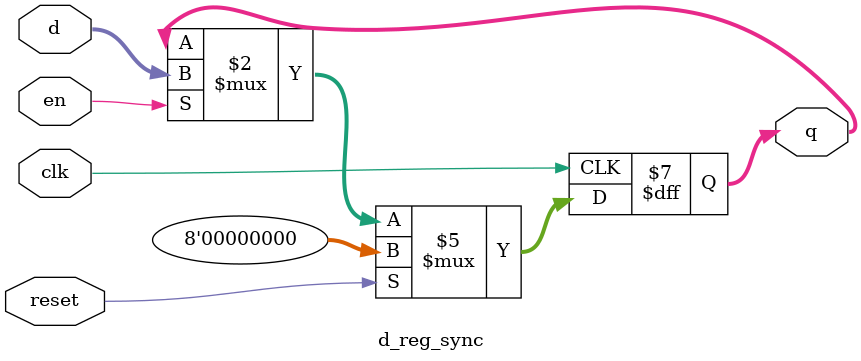
<source format=v>

module d_reg_sync #(parameter WIDTH = 8)
              (input      clk, reset, en,
               input      [WIDTH-1:0] d, 
               output reg [WIDTH-1:0] q);

always @(posedge clk)
    if (reset) begin 
        q <= 0;
    end
    else begin
        if (en) begin
            q <= d;
        end
    end
endmodule

</source>
